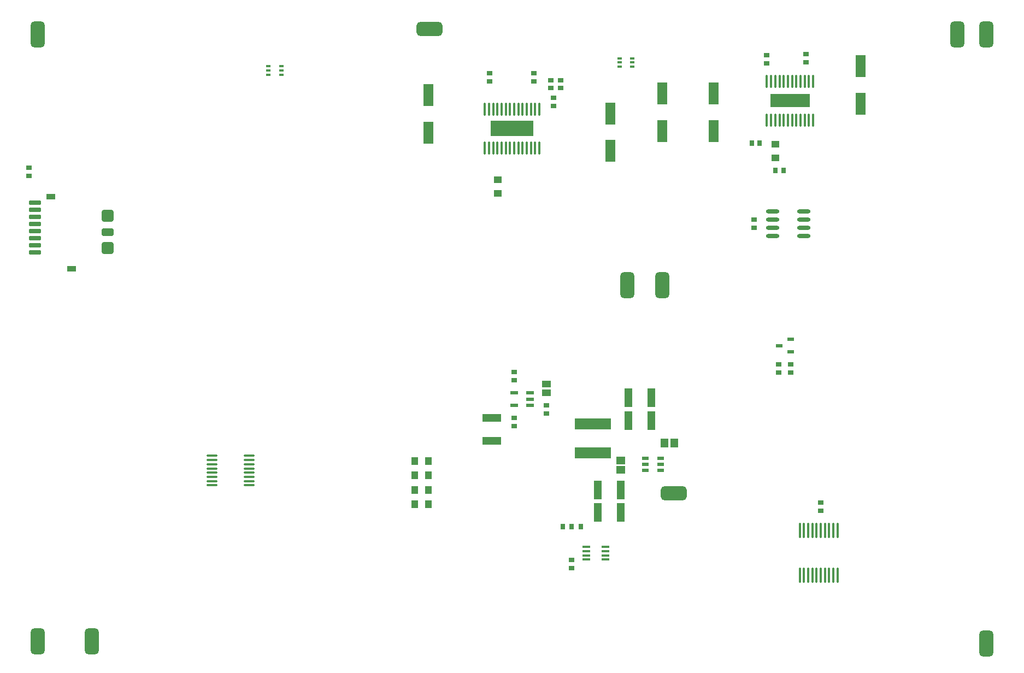
<source format=gtp>
G04*
G04 #@! TF.GenerationSoftware,Altium Limited,Altium Designer,19.0.10 (269)*
G04*
G04 Layer_Color=8421504*
%FSLAX43Y43*%
%MOMM*%
G71*
G01*
G75*
G04:AMPARAMS|DCode=19|XSize=4mm|YSize=2.2mm|CornerRadius=0.55mm|HoleSize=0mm|Usage=FLASHONLY|Rotation=0.000|XOffset=0mm|YOffset=0mm|HoleType=Round|Shape=RoundedRectangle|*
%AMROUNDEDRECTD19*
21,1,4.000,1.100,0,0,0.0*
21,1,2.900,2.200,0,0,0.0*
1,1,1.100,1.450,-0.550*
1,1,1.100,-1.450,-0.550*
1,1,1.100,-1.450,0.550*
1,1,1.100,1.450,0.550*
%
%ADD19ROUNDEDRECTD19*%
%ADD20R,6.690X2.400*%
%ADD21O,0.350X2.200*%
G04:AMPARAMS|DCode=22|XSize=0.38mm|YSize=1.2mm|CornerRadius=0.042mm|HoleSize=0mm|Usage=FLASHONLY|Rotation=90.000|XOffset=0mm|YOffset=0mm|HoleType=Round|Shape=RoundedRectangle|*
%AMROUNDEDRECTD22*
21,1,0.380,1.116,0,0,90.0*
21,1,0.296,1.200,0,0,90.0*
1,1,0.084,0.558,0.148*
1,1,0.084,0.558,-0.148*
1,1,0.084,-0.558,-0.148*
1,1,0.084,-0.558,0.148*
%
%ADD22ROUNDEDRECTD22*%
%ADD23O,0.350X2.400*%
G04:AMPARAMS|DCode=24|XSize=1.8mm|YSize=1.8mm|CornerRadius=0.225mm|HoleSize=0mm|Usage=FLASHONLY|Rotation=90.000|XOffset=0mm|YOffset=0mm|HoleType=Round|Shape=RoundedRectangle|*
%AMROUNDEDRECTD24*
21,1,1.800,1.350,0,0,90.0*
21,1,1.350,1.800,0,0,90.0*
1,1,0.450,0.675,0.675*
1,1,0.450,0.675,-0.675*
1,1,0.450,-0.675,-0.675*
1,1,0.450,-0.675,0.675*
%
%ADD24ROUNDEDRECTD24*%
G04:AMPARAMS|DCode=25|XSize=1.2mm|YSize=1.8mm|CornerRadius=0.15mm|HoleSize=0mm|Usage=FLASHONLY|Rotation=90.000|XOffset=0mm|YOffset=0mm|HoleType=Round|Shape=RoundedRectangle|*
%AMROUNDEDRECTD25*
21,1,1.200,1.500,0,0,90.0*
21,1,0.900,1.800,0,0,90.0*
1,1,0.300,0.750,0.450*
1,1,0.300,0.750,-0.450*
1,1,0.300,-0.750,-0.450*
1,1,0.300,-0.750,0.450*
%
%ADD25ROUNDEDRECTD25*%
G04:AMPARAMS|DCode=26|XSize=0.9mm|YSize=1.4mm|CornerRadius=0.113mm|HoleSize=0mm|Usage=FLASHONLY|Rotation=90.000|XOffset=0mm|YOffset=0mm|HoleType=Round|Shape=RoundedRectangle|*
%AMROUNDEDRECTD26*
21,1,0.900,1.175,0,0,90.0*
21,1,0.675,1.400,0,0,90.0*
1,1,0.225,0.588,0.338*
1,1,0.225,0.588,-0.338*
1,1,0.225,-0.588,-0.338*
1,1,0.225,-0.588,0.338*
%
%ADD26ROUNDEDRECTD26*%
G04:AMPARAMS|DCode=27|XSize=0.7mm|YSize=1.8mm|CornerRadius=0.088mm|HoleSize=0mm|Usage=FLASHONLY|Rotation=90.000|XOffset=0mm|YOffset=0mm|HoleType=Round|Shape=RoundedRectangle|*
%AMROUNDEDRECTD27*
21,1,0.700,1.625,0,0,90.0*
21,1,0.525,1.800,0,0,90.0*
1,1,0.175,0.813,0.263*
1,1,0.175,0.813,-0.263*
1,1,0.175,-0.813,-0.263*
1,1,0.175,-0.813,0.263*
%
%ADD27ROUNDEDRECTD27*%
%ADD28R,6.200X2.000*%
%ADD29R,1.600X3.500*%
%ADD30R,1.200X1.450*%
%ADD31R,1.350X1.100*%
%ADD32R,2.900X1.150*%
%ADD33R,5.700X1.700*%
%ADD34R,1.100X1.200*%
%ADD35R,1.100X0.600*%
%ADD36R,0.850X0.750*%
%ADD37R,1.300X0.550*%
%ADD38O,1.700X0.350*%
%ADD39O,2.050X0.600*%
%ADD40R,0.800X0.300*%
%ADD41R,0.900X0.750*%
%ADD42R,0.850X0.700*%
%ADD43R,0.900X0.800*%
%ADD44R,1.150X2.900*%
%ADD45R,0.700X0.850*%
%ADD46R,0.800X0.900*%
%ADD47R,1.350X1.150*%
G04:AMPARAMS|DCode=48|XSize=4mm|YSize=2.2mm|CornerRadius=0.55mm|HoleSize=0mm|Usage=FLASHONLY|Rotation=90.000|XOffset=0mm|YOffset=0mm|HoleType=Round|Shape=RoundedRectangle|*
%AMROUNDEDRECTD48*
21,1,4.000,1.100,0,0,90.0*
21,1,2.900,2.200,0,0,90.0*
1,1,1.100,0.550,1.450*
1,1,1.100,0.550,-1.450*
1,1,1.100,-0.550,-1.450*
1,1,1.100,-0.550,1.450*
%
%ADD48ROUNDEDRECTD48*%
%ADD49R,1.200X1.100*%
D19*
X151500Y77000D02*
D03*
X113700Y148900D02*
D03*
D20*
X126500Y133500D02*
D03*
D21*
X122275Y130500D02*
D03*
X122925D02*
D03*
X123575D02*
D03*
X124225D02*
D03*
X124875D02*
D03*
X125525D02*
D03*
X126175D02*
D03*
X126825D02*
D03*
X127475D02*
D03*
X128125D02*
D03*
X128775D02*
D03*
X129425D02*
D03*
X130075D02*
D03*
X130725D02*
D03*
X122275Y136500D02*
D03*
X122925D02*
D03*
X123575D02*
D03*
X124225D02*
D03*
X124875D02*
D03*
X125525D02*
D03*
X126175D02*
D03*
X126825D02*
D03*
X127475D02*
D03*
X128125D02*
D03*
X128775D02*
D03*
X129425D02*
D03*
X130075D02*
D03*
X130725D02*
D03*
X173125Y140800D02*
D03*
X172475D02*
D03*
X171825D02*
D03*
X171175D02*
D03*
X170525D02*
D03*
X169875D02*
D03*
X169225D02*
D03*
X168575D02*
D03*
X167925D02*
D03*
X167275D02*
D03*
X166625D02*
D03*
X165975D02*
D03*
Y134800D02*
D03*
X166625D02*
D03*
X173125D02*
D03*
X172475D02*
D03*
X171825D02*
D03*
X171175D02*
D03*
X170525D02*
D03*
X169875D02*
D03*
X169225D02*
D03*
X168575D02*
D03*
X167925D02*
D03*
X167275D02*
D03*
D22*
X138000Y68650D02*
D03*
Y68000D02*
D03*
Y67350D02*
D03*
Y66700D02*
D03*
X140950D02*
D03*
Y67350D02*
D03*
Y68000D02*
D03*
Y68650D02*
D03*
D23*
X176925Y71250D02*
D03*
X176275D02*
D03*
X175625D02*
D03*
X174975D02*
D03*
X174325D02*
D03*
X173675D02*
D03*
X173025D02*
D03*
X172375D02*
D03*
X171725D02*
D03*
X171075D02*
D03*
X176925Y64250D02*
D03*
X176275D02*
D03*
X175625D02*
D03*
X174975D02*
D03*
X174325D02*
D03*
X173675D02*
D03*
X173025D02*
D03*
X172375D02*
D03*
X171725D02*
D03*
X171075D02*
D03*
D24*
X63800Y119960D02*
D03*
Y114960D02*
D03*
D25*
Y117460D02*
D03*
D26*
X58250Y111789D02*
D03*
X55000Y122960D02*
D03*
D27*
X52600Y121970D02*
D03*
Y120870D02*
D03*
Y119770D02*
D03*
Y118670D02*
D03*
Y117570D02*
D03*
Y116470D02*
D03*
Y115370D02*
D03*
Y114270D02*
D03*
D28*
X169550Y137800D02*
D03*
D29*
X180500Y137350D02*
D03*
Y143150D02*
D03*
X149750Y138900D02*
D03*
Y133100D02*
D03*
X157750Y138900D02*
D03*
Y133100D02*
D03*
X141750Y130050D02*
D03*
Y135850D02*
D03*
X113550Y132850D02*
D03*
Y138650D02*
D03*
D30*
X151610Y84750D02*
D03*
X150110D02*
D03*
D31*
X131850Y93916D02*
D03*
Y92516D02*
D03*
D32*
X123325Y85112D02*
D03*
Y88662D02*
D03*
D33*
X139000Y83250D02*
D03*
Y87750D02*
D03*
D34*
X111450Y82000D02*
D03*
X113550D02*
D03*
Y77500D02*
D03*
X111450D02*
D03*
X113550Y79750D02*
D03*
X111450D02*
D03*
X113550Y75250D02*
D03*
X111450D02*
D03*
D35*
X167850Y99850D02*
D03*
X169650Y100800D02*
D03*
Y98900D02*
D03*
X147120Y82418D02*
D03*
Y81467D02*
D03*
Y80518D02*
D03*
X149520D02*
D03*
Y81467D02*
D03*
Y82418D02*
D03*
D36*
X167800Y95700D02*
D03*
Y96950D02*
D03*
X169650D02*
D03*
Y95700D02*
D03*
D37*
X129250Y90616D02*
D03*
Y91566D02*
D03*
Y92516D02*
D03*
X126850D02*
D03*
Y90616D02*
D03*
D38*
X80035Y82768D02*
D03*
Y82118D02*
D03*
Y81467D02*
D03*
Y80817D02*
D03*
Y80168D02*
D03*
Y79518D02*
D03*
Y78868D02*
D03*
X85735Y82768D02*
D03*
Y82118D02*
D03*
Y81467D02*
D03*
Y80817D02*
D03*
Y80168D02*
D03*
Y79518D02*
D03*
Y78868D02*
D03*
X80035Y78232D02*
D03*
X85750D02*
D03*
D39*
X166825Y120655D02*
D03*
Y119385D02*
D03*
Y118115D02*
D03*
Y116845D02*
D03*
X171675Y120655D02*
D03*
Y119385D02*
D03*
Y118115D02*
D03*
Y116845D02*
D03*
D40*
X143140Y143100D02*
D03*
Y143750D02*
D03*
Y144400D02*
D03*
X145140D02*
D03*
Y143750D02*
D03*
Y143100D02*
D03*
X90750Y141850D02*
D03*
Y142500D02*
D03*
Y143150D02*
D03*
X88750D02*
D03*
Y142500D02*
D03*
Y141850D02*
D03*
D41*
X51600Y127425D02*
D03*
Y126175D02*
D03*
X164000Y119375D02*
D03*
Y118125D02*
D03*
X174325Y74265D02*
D03*
Y75515D02*
D03*
D42*
X134000Y139750D02*
D03*
Y141000D02*
D03*
D43*
X172000Y145025D02*
D03*
Y143775D02*
D03*
X165975Y143625D02*
D03*
Y144875D02*
D03*
X135750Y65375D02*
D03*
Y66625D02*
D03*
X132500Y139750D02*
D03*
Y141000D02*
D03*
X129900Y140822D02*
D03*
Y142072D02*
D03*
X123000Y140822D02*
D03*
Y142072D02*
D03*
X126850Y94516D02*
D03*
Y95766D02*
D03*
Y88662D02*
D03*
Y87412D02*
D03*
X131850Y90616D02*
D03*
Y89366D02*
D03*
X132900Y136975D02*
D03*
Y138225D02*
D03*
D44*
X144545Y91750D02*
D03*
X148095D02*
D03*
X144545Y88250D02*
D03*
X148095D02*
D03*
X143345Y77500D02*
D03*
X139795D02*
D03*
X143345Y74000D02*
D03*
X139795D02*
D03*
D45*
X164875Y131250D02*
D03*
X163625D02*
D03*
X167275Y127000D02*
D03*
X168525D02*
D03*
D46*
X134350Y71790D02*
D03*
X137150D02*
D03*
X135750D02*
D03*
D47*
X143345Y82025D02*
D03*
Y80575D02*
D03*
D48*
X195450Y148050D02*
D03*
X61350Y54050D02*
D03*
X149750Y109250D02*
D03*
X53000Y148050D02*
D03*
X200000D02*
D03*
Y53670D02*
D03*
X53000Y54020D02*
D03*
X144328Y109250D02*
D03*
D49*
X167250Y128950D02*
D03*
Y131050D02*
D03*
X124250Y123450D02*
D03*
Y125550D02*
D03*
M02*

</source>
